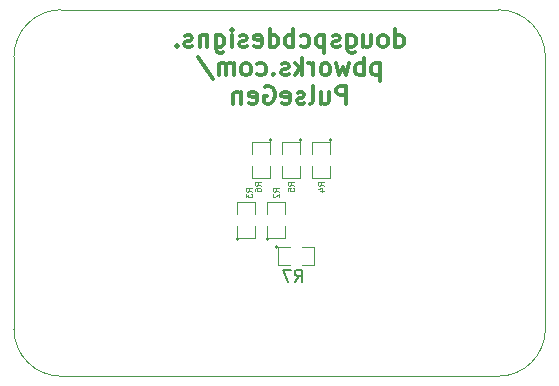
<source format=gbo>
G04 (created by PCBNEW (2013-04-19 BZR 4011)-stable) date 22/05/2013 10:42:45*
%MOIN*%
G04 Gerber Fmt 3.4, Leading zero omitted, Abs format*
%FSLAX34Y34*%
G01*
G70*
G90*
G04 APERTURE LIST*
%ADD10C,0.006*%
%ADD11C,0.011811*%
%ADD12C,0.00393701*%
%ADD13C,0.0039*%
%ADD14C,0.0043*%
%ADD15C,0.00590551*%
G04 APERTURE END LIST*
G54D10*
G54D11*
X12715Y-1239D02*
X12715Y-648D01*
X12715Y-1210D02*
X12771Y-1239D01*
X12883Y-1239D01*
X12940Y-1210D01*
X12968Y-1182D01*
X12996Y-1126D01*
X12996Y-957D01*
X12968Y-901D01*
X12940Y-873D01*
X12883Y-845D01*
X12771Y-845D01*
X12715Y-873D01*
X12349Y-1239D02*
X12405Y-1210D01*
X12433Y-1182D01*
X12462Y-1126D01*
X12462Y-957D01*
X12433Y-901D01*
X12405Y-873D01*
X12349Y-845D01*
X12265Y-845D01*
X12208Y-873D01*
X12180Y-901D01*
X12152Y-957D01*
X12152Y-1126D01*
X12180Y-1182D01*
X12208Y-1210D01*
X12265Y-1239D01*
X12349Y-1239D01*
X11646Y-845D02*
X11646Y-1239D01*
X11899Y-845D02*
X11899Y-1154D01*
X11871Y-1210D01*
X11815Y-1239D01*
X11730Y-1239D01*
X11674Y-1210D01*
X11646Y-1182D01*
X11112Y-845D02*
X11112Y-1323D01*
X11140Y-1379D01*
X11168Y-1407D01*
X11224Y-1435D01*
X11309Y-1435D01*
X11365Y-1407D01*
X11112Y-1210D02*
X11168Y-1239D01*
X11280Y-1239D01*
X11337Y-1210D01*
X11365Y-1182D01*
X11393Y-1126D01*
X11393Y-957D01*
X11365Y-901D01*
X11337Y-873D01*
X11280Y-845D01*
X11168Y-845D01*
X11112Y-873D01*
X10859Y-1210D02*
X10802Y-1239D01*
X10690Y-1239D01*
X10634Y-1210D01*
X10606Y-1154D01*
X10606Y-1126D01*
X10634Y-1070D01*
X10690Y-1042D01*
X10774Y-1042D01*
X10831Y-1014D01*
X10859Y-957D01*
X10859Y-929D01*
X10831Y-873D01*
X10774Y-845D01*
X10690Y-845D01*
X10634Y-873D01*
X10352Y-845D02*
X10352Y-1435D01*
X10352Y-873D02*
X10296Y-845D01*
X10184Y-845D01*
X10128Y-873D01*
X10099Y-901D01*
X10071Y-957D01*
X10071Y-1126D01*
X10099Y-1182D01*
X10128Y-1210D01*
X10184Y-1239D01*
X10296Y-1239D01*
X10352Y-1210D01*
X9565Y-1210D02*
X9621Y-1239D01*
X9734Y-1239D01*
X9790Y-1210D01*
X9818Y-1182D01*
X9846Y-1126D01*
X9846Y-957D01*
X9818Y-901D01*
X9790Y-873D01*
X9734Y-845D01*
X9621Y-845D01*
X9565Y-873D01*
X9312Y-1239D02*
X9312Y-648D01*
X9312Y-873D02*
X9256Y-845D01*
X9143Y-845D01*
X9087Y-873D01*
X9059Y-901D01*
X9031Y-957D01*
X9031Y-1126D01*
X9059Y-1182D01*
X9087Y-1210D01*
X9143Y-1239D01*
X9256Y-1239D01*
X9312Y-1210D01*
X8525Y-1239D02*
X8525Y-648D01*
X8525Y-1210D02*
X8581Y-1239D01*
X8693Y-1239D01*
X8750Y-1210D01*
X8778Y-1182D01*
X8806Y-1126D01*
X8806Y-957D01*
X8778Y-901D01*
X8750Y-873D01*
X8693Y-845D01*
X8581Y-845D01*
X8525Y-873D01*
X8018Y-1210D02*
X8075Y-1239D01*
X8187Y-1239D01*
X8243Y-1210D01*
X8271Y-1154D01*
X8271Y-929D01*
X8243Y-873D01*
X8187Y-845D01*
X8075Y-845D01*
X8018Y-873D01*
X7990Y-929D01*
X7990Y-985D01*
X8271Y-1042D01*
X7765Y-1210D02*
X7709Y-1239D01*
X7597Y-1239D01*
X7540Y-1210D01*
X7512Y-1154D01*
X7512Y-1126D01*
X7540Y-1070D01*
X7597Y-1042D01*
X7681Y-1042D01*
X7737Y-1014D01*
X7765Y-957D01*
X7765Y-929D01*
X7737Y-873D01*
X7681Y-845D01*
X7597Y-845D01*
X7540Y-873D01*
X7259Y-1239D02*
X7259Y-845D01*
X7259Y-648D02*
X7287Y-676D01*
X7259Y-704D01*
X7231Y-676D01*
X7259Y-648D01*
X7259Y-704D01*
X6725Y-845D02*
X6725Y-1323D01*
X6753Y-1379D01*
X6781Y-1407D01*
X6837Y-1435D01*
X6922Y-1435D01*
X6978Y-1407D01*
X6725Y-1210D02*
X6781Y-1239D01*
X6894Y-1239D01*
X6950Y-1210D01*
X6978Y-1182D01*
X7006Y-1126D01*
X7006Y-957D01*
X6978Y-901D01*
X6950Y-873D01*
X6894Y-845D01*
X6781Y-845D01*
X6725Y-873D01*
X6444Y-845D02*
X6444Y-1239D01*
X6444Y-901D02*
X6415Y-873D01*
X6359Y-845D01*
X6275Y-845D01*
X6219Y-873D01*
X6191Y-929D01*
X6191Y-1239D01*
X5937Y-1210D02*
X5881Y-1239D01*
X5769Y-1239D01*
X5712Y-1210D01*
X5684Y-1154D01*
X5684Y-1126D01*
X5712Y-1070D01*
X5769Y-1042D01*
X5853Y-1042D01*
X5909Y-1014D01*
X5937Y-957D01*
X5937Y-929D01*
X5909Y-873D01*
X5853Y-845D01*
X5769Y-845D01*
X5712Y-873D01*
X5431Y-1182D02*
X5403Y-1210D01*
X5431Y-1239D01*
X5459Y-1210D01*
X5431Y-1182D01*
X5431Y-1239D01*
X12194Y-1790D02*
X12194Y-2380D01*
X12194Y-1818D02*
X12138Y-1790D01*
X12026Y-1790D01*
X11969Y-1818D01*
X11941Y-1846D01*
X11913Y-1902D01*
X11913Y-2071D01*
X11941Y-2127D01*
X11969Y-2155D01*
X12026Y-2183D01*
X12138Y-2183D01*
X12194Y-2155D01*
X11660Y-2183D02*
X11660Y-1593D01*
X11660Y-1818D02*
X11604Y-1790D01*
X11491Y-1790D01*
X11435Y-1818D01*
X11407Y-1846D01*
X11379Y-1902D01*
X11379Y-2071D01*
X11407Y-2127D01*
X11435Y-2155D01*
X11491Y-2183D01*
X11604Y-2183D01*
X11660Y-2155D01*
X11182Y-1790D02*
X11070Y-2183D01*
X10957Y-1902D01*
X10845Y-2183D01*
X10732Y-1790D01*
X10423Y-2183D02*
X10479Y-2155D01*
X10507Y-2127D01*
X10535Y-2071D01*
X10535Y-1902D01*
X10507Y-1846D01*
X10479Y-1818D01*
X10423Y-1790D01*
X10338Y-1790D01*
X10282Y-1818D01*
X10254Y-1846D01*
X10226Y-1902D01*
X10226Y-2071D01*
X10254Y-2127D01*
X10282Y-2155D01*
X10338Y-2183D01*
X10423Y-2183D01*
X9973Y-2183D02*
X9973Y-1790D01*
X9973Y-1902D02*
X9945Y-1846D01*
X9917Y-1818D01*
X9860Y-1790D01*
X9804Y-1790D01*
X9607Y-2183D02*
X9607Y-1593D01*
X9551Y-1958D02*
X9382Y-2183D01*
X9382Y-1790D02*
X9607Y-2015D01*
X9157Y-2155D02*
X9101Y-2183D01*
X8989Y-2183D01*
X8932Y-2155D01*
X8904Y-2099D01*
X8904Y-2071D01*
X8932Y-2015D01*
X8989Y-1987D01*
X9073Y-1987D01*
X9129Y-1958D01*
X9157Y-1902D01*
X9157Y-1874D01*
X9129Y-1818D01*
X9073Y-1790D01*
X8989Y-1790D01*
X8932Y-1818D01*
X8651Y-2127D02*
X8623Y-2155D01*
X8651Y-2183D01*
X8679Y-2155D01*
X8651Y-2127D01*
X8651Y-2183D01*
X8117Y-2155D02*
X8173Y-2183D01*
X8286Y-2183D01*
X8342Y-2155D01*
X8370Y-2127D01*
X8398Y-2071D01*
X8398Y-1902D01*
X8370Y-1846D01*
X8342Y-1818D01*
X8286Y-1790D01*
X8173Y-1790D01*
X8117Y-1818D01*
X7779Y-2183D02*
X7836Y-2155D01*
X7864Y-2127D01*
X7892Y-2071D01*
X7892Y-1902D01*
X7864Y-1846D01*
X7836Y-1818D01*
X7779Y-1790D01*
X7695Y-1790D01*
X7639Y-1818D01*
X7611Y-1846D01*
X7583Y-1902D01*
X7583Y-2071D01*
X7611Y-2127D01*
X7639Y-2155D01*
X7695Y-2183D01*
X7779Y-2183D01*
X7329Y-2183D02*
X7329Y-1790D01*
X7329Y-1846D02*
X7301Y-1818D01*
X7245Y-1790D01*
X7161Y-1790D01*
X7104Y-1818D01*
X7076Y-1874D01*
X7076Y-2183D01*
X7076Y-1874D02*
X7048Y-1818D01*
X6992Y-1790D01*
X6908Y-1790D01*
X6851Y-1818D01*
X6823Y-1874D01*
X6823Y-2183D01*
X6120Y-1565D02*
X6626Y-2324D01*
X11084Y-3128D02*
X11084Y-2538D01*
X10859Y-2538D01*
X10802Y-2566D01*
X10774Y-2594D01*
X10746Y-2650D01*
X10746Y-2735D01*
X10774Y-2791D01*
X10802Y-2819D01*
X10859Y-2847D01*
X11084Y-2847D01*
X10240Y-2735D02*
X10240Y-3128D01*
X10493Y-2735D02*
X10493Y-3044D01*
X10465Y-3100D01*
X10409Y-3128D01*
X10324Y-3128D01*
X10268Y-3100D01*
X10240Y-3072D01*
X9874Y-3128D02*
X9931Y-3100D01*
X9959Y-3044D01*
X9959Y-2538D01*
X9678Y-3100D02*
X9621Y-3128D01*
X9509Y-3128D01*
X9453Y-3100D01*
X9424Y-3044D01*
X9424Y-3016D01*
X9453Y-2960D01*
X9509Y-2931D01*
X9593Y-2931D01*
X9649Y-2903D01*
X9678Y-2847D01*
X9678Y-2819D01*
X9649Y-2763D01*
X9593Y-2735D01*
X9509Y-2735D01*
X9453Y-2763D01*
X8946Y-3100D02*
X9003Y-3128D01*
X9115Y-3128D01*
X9171Y-3100D01*
X9200Y-3044D01*
X9200Y-2819D01*
X9171Y-2763D01*
X9115Y-2735D01*
X9003Y-2735D01*
X8946Y-2763D01*
X8918Y-2819D01*
X8918Y-2875D01*
X9200Y-2931D01*
X8356Y-2566D02*
X8412Y-2538D01*
X8496Y-2538D01*
X8581Y-2566D01*
X8637Y-2622D01*
X8665Y-2678D01*
X8693Y-2791D01*
X8693Y-2875D01*
X8665Y-2988D01*
X8637Y-3044D01*
X8581Y-3100D01*
X8496Y-3128D01*
X8440Y-3128D01*
X8356Y-3100D01*
X8328Y-3072D01*
X8328Y-2875D01*
X8440Y-2875D01*
X7850Y-3100D02*
X7906Y-3128D01*
X8018Y-3128D01*
X8075Y-3100D01*
X8103Y-3044D01*
X8103Y-2819D01*
X8075Y-2763D01*
X8018Y-2735D01*
X7906Y-2735D01*
X7850Y-2763D01*
X7822Y-2819D01*
X7822Y-2875D01*
X8103Y-2931D01*
X7568Y-2735D02*
X7568Y-3128D01*
X7568Y-2791D02*
X7540Y-2763D01*
X7484Y-2735D01*
X7400Y-2735D01*
X7343Y-2763D01*
X7315Y-2819D01*
X7315Y-3128D01*
G54D12*
X17716Y-10629D02*
X17716Y-1574D01*
X0Y-1574D02*
X0Y-10629D01*
X1574Y-12216D02*
X16141Y-12216D01*
X16141Y0D02*
X1574Y0D01*
X0Y-10641D02*
G75*
G03X1574Y-12216I1574J0D01*
G74*
G01*
X16141Y-12216D02*
G75*
G03X17716Y-10641I0J1574D01*
G74*
G01*
X17716Y-1574D02*
G75*
G03X16141Y0I-1574J0D01*
G74*
G01*
X1574Y0D02*
G75*
G03X0Y-1574I0J-1574D01*
G74*
G01*
G54D13*
X8500Y-7650D02*
G75*
G03X8500Y-7650I-50J0D01*
G74*
G01*
X8450Y-7200D02*
X8450Y-7600D01*
X8450Y-7600D02*
X9050Y-7600D01*
X9050Y-7600D02*
X9050Y-7200D01*
X9050Y-6800D02*
X9050Y-6400D01*
X9050Y-6400D02*
X8450Y-6400D01*
X8450Y-6400D02*
X8450Y-6800D01*
X7500Y-7650D02*
G75*
G03X7500Y-7650I-50J0D01*
G74*
G01*
X7450Y-7200D02*
X7450Y-7600D01*
X7450Y-7600D02*
X8050Y-7600D01*
X8050Y-7600D02*
X8050Y-7200D01*
X8050Y-6800D02*
X8050Y-6400D01*
X8050Y-6400D02*
X7450Y-6400D01*
X7450Y-6400D02*
X7450Y-6800D01*
X10600Y-4350D02*
G75*
G03X10600Y-4350I-50J0D01*
G74*
G01*
X10550Y-4800D02*
X10550Y-4400D01*
X10550Y-4400D02*
X9950Y-4400D01*
X9950Y-4400D02*
X9950Y-4800D01*
X9950Y-5200D02*
X9950Y-5600D01*
X9950Y-5600D02*
X10550Y-5600D01*
X10550Y-5600D02*
X10550Y-5200D01*
X9600Y-4350D02*
G75*
G03X9600Y-4350I-50J0D01*
G74*
G01*
X9550Y-4800D02*
X9550Y-4400D01*
X9550Y-4400D02*
X8950Y-4400D01*
X8950Y-4400D02*
X8950Y-4800D01*
X8950Y-5200D02*
X8950Y-5600D01*
X8950Y-5600D02*
X9550Y-5600D01*
X9550Y-5600D02*
X9550Y-5200D01*
X8600Y-4350D02*
G75*
G03X8600Y-4350I-50J0D01*
G74*
G01*
X8550Y-4800D02*
X8550Y-4400D01*
X8550Y-4400D02*
X7950Y-4400D01*
X7950Y-4400D02*
X7950Y-4800D01*
X7950Y-5200D02*
X7950Y-5600D01*
X7950Y-5600D02*
X8550Y-5600D01*
X8550Y-5600D02*
X8550Y-5200D01*
X8800Y-7900D02*
G75*
G03X8800Y-7900I-50J0D01*
G74*
G01*
X9200Y-7900D02*
X8800Y-7900D01*
X8800Y-7900D02*
X8800Y-8500D01*
X8800Y-8500D02*
X9200Y-8500D01*
X9600Y-8500D02*
X10000Y-8500D01*
X10000Y-8500D02*
X10000Y-7900D01*
X10000Y-7900D02*
X9600Y-7900D01*
G54D14*
X8829Y-6067D02*
X8735Y-6001D01*
X8829Y-5954D02*
X8632Y-5954D01*
X8632Y-6029D01*
X8642Y-6048D01*
X8651Y-6057D01*
X8670Y-6067D01*
X8698Y-6067D01*
X8717Y-6057D01*
X8726Y-6048D01*
X8735Y-6029D01*
X8735Y-5954D01*
X8651Y-6142D02*
X8642Y-6151D01*
X8632Y-6170D01*
X8632Y-6217D01*
X8642Y-6236D01*
X8651Y-6245D01*
X8670Y-6254D01*
X8689Y-6254D01*
X8717Y-6245D01*
X8829Y-6132D01*
X8829Y-6254D01*
X7929Y-6067D02*
X7835Y-6001D01*
X7929Y-5954D02*
X7732Y-5954D01*
X7732Y-6029D01*
X7742Y-6048D01*
X7751Y-6057D01*
X7770Y-6067D01*
X7798Y-6067D01*
X7817Y-6057D01*
X7826Y-6048D01*
X7835Y-6029D01*
X7835Y-5954D01*
X7732Y-6132D02*
X7732Y-6254D01*
X7807Y-6189D01*
X7807Y-6217D01*
X7817Y-6236D01*
X7826Y-6245D01*
X7845Y-6254D01*
X7892Y-6254D01*
X7910Y-6245D01*
X7920Y-6236D01*
X7929Y-6217D01*
X7929Y-6160D01*
X7920Y-6142D01*
X7910Y-6132D01*
X10329Y-5867D02*
X10235Y-5801D01*
X10329Y-5754D02*
X10132Y-5754D01*
X10132Y-5829D01*
X10142Y-5848D01*
X10151Y-5857D01*
X10170Y-5867D01*
X10198Y-5867D01*
X10217Y-5857D01*
X10226Y-5848D01*
X10235Y-5829D01*
X10235Y-5754D01*
X10198Y-6036D02*
X10329Y-6036D01*
X10123Y-5989D02*
X10264Y-5942D01*
X10264Y-6064D01*
X9329Y-5867D02*
X9235Y-5801D01*
X9329Y-5754D02*
X9132Y-5754D01*
X9132Y-5829D01*
X9142Y-5848D01*
X9151Y-5857D01*
X9170Y-5867D01*
X9198Y-5867D01*
X9217Y-5857D01*
X9226Y-5848D01*
X9235Y-5829D01*
X9235Y-5754D01*
X9132Y-6045D02*
X9132Y-5951D01*
X9226Y-5942D01*
X9217Y-5951D01*
X9207Y-5970D01*
X9207Y-6017D01*
X9217Y-6036D01*
X9226Y-6045D01*
X9245Y-6054D01*
X9292Y-6054D01*
X9310Y-6045D01*
X9320Y-6036D01*
X9329Y-6017D01*
X9329Y-5970D01*
X9320Y-5951D01*
X9310Y-5942D01*
X8229Y-5867D02*
X8135Y-5801D01*
X8229Y-5754D02*
X8032Y-5754D01*
X8032Y-5829D01*
X8042Y-5848D01*
X8051Y-5857D01*
X8070Y-5867D01*
X8098Y-5867D01*
X8117Y-5857D01*
X8126Y-5848D01*
X8135Y-5829D01*
X8135Y-5754D01*
X8032Y-6036D02*
X8032Y-5998D01*
X8042Y-5979D01*
X8051Y-5970D01*
X8079Y-5951D01*
X8117Y-5942D01*
X8192Y-5942D01*
X8210Y-5951D01*
X8220Y-5960D01*
X8229Y-5979D01*
X8229Y-6017D01*
X8220Y-6036D01*
X8210Y-6045D01*
X8192Y-6054D01*
X8145Y-6054D01*
X8126Y-6045D01*
X8117Y-6036D01*
X8107Y-6017D01*
X8107Y-5979D01*
X8117Y-5960D01*
X8126Y-5951D01*
X8145Y-5942D01*
G54D15*
X9365Y-9059D02*
X9496Y-8871D01*
X9590Y-9059D02*
X9590Y-8665D01*
X9440Y-8665D01*
X9403Y-8684D01*
X9384Y-8703D01*
X9365Y-8740D01*
X9365Y-8796D01*
X9384Y-8834D01*
X9403Y-8853D01*
X9440Y-8871D01*
X9590Y-8871D01*
X9234Y-8665D02*
X8971Y-8665D01*
X9140Y-9059D01*
M02*

</source>
